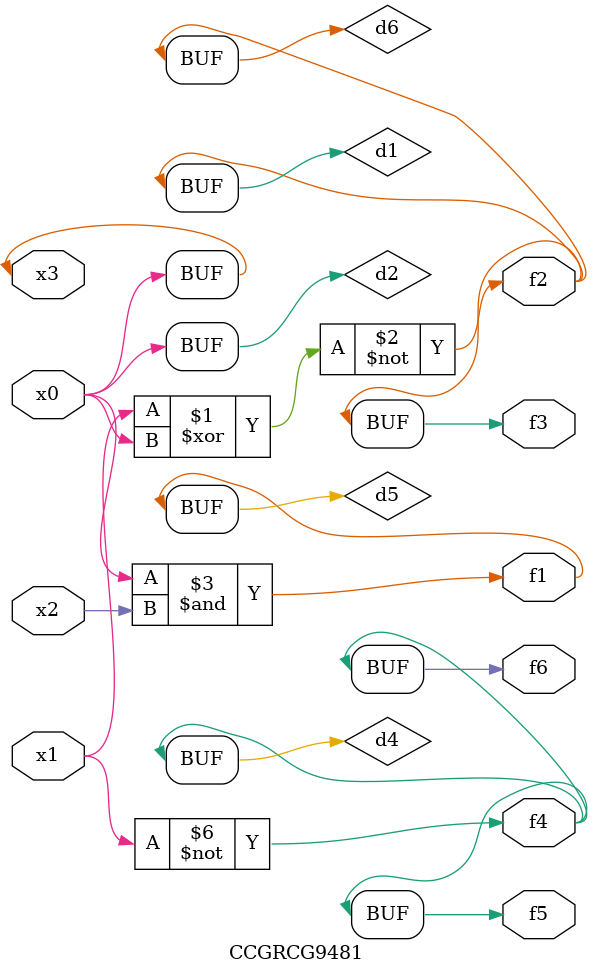
<source format=v>
module CCGRCG9481(
	input x0, x1, x2, x3,
	output f1, f2, f3, f4, f5, f6
);

	wire d1, d2, d3, d4, d5, d6;

	xnor (d1, x1, x3);
	buf (d2, x0, x3);
	nand (d3, x0, x2);
	not (d4, x1);
	nand (d5, d3);
	or (d6, d1);
	assign f1 = d5;
	assign f2 = d6;
	assign f3 = d6;
	assign f4 = d4;
	assign f5 = d4;
	assign f6 = d4;
endmodule

</source>
